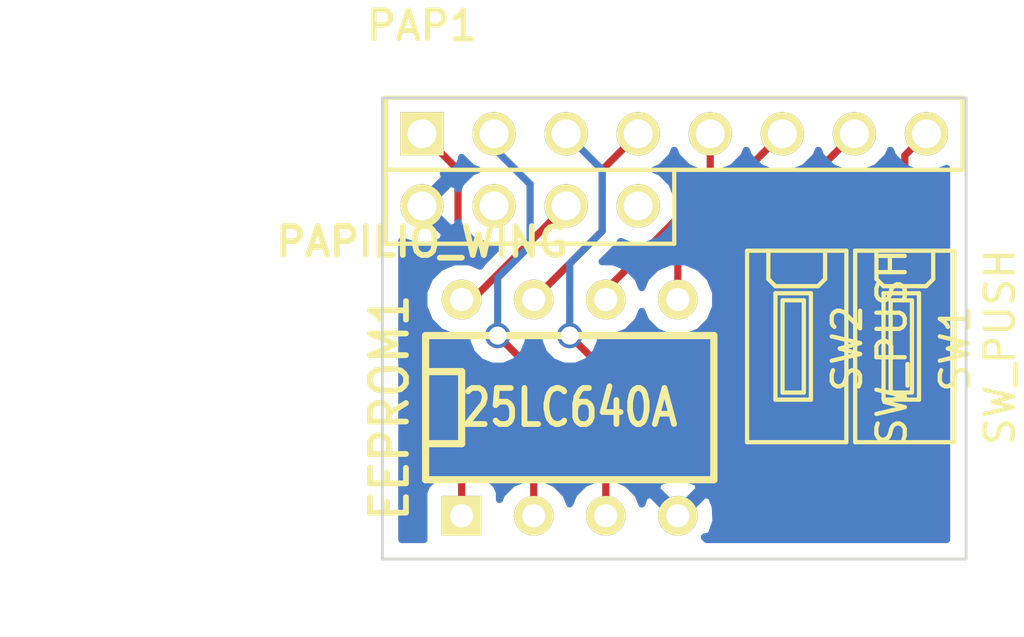
<source format=kicad_pcb>
(kicad_pcb (version 3) (host pcbnew "(2013-07-07 BZR 4022)-stable")

  (general
    (links 12)
    (no_connects 0)
    (area 164.194067 88.8111 192.5228 108.508001)
    (thickness 1.6)
    (drawings 6)
    (tracks 42)
    (zones 0)
    (modules 4)
    (nets 11)
  )

  (page A3)
  (layers
    (15 F.Cu signal)
    (0 B.Cu signal)
    (16 B.Adhes user)
    (17 F.Adhes user)
    (18 B.Paste user)
    (19 F.Paste user)
    (20 B.SilkS user)
    (21 F.SilkS user)
    (22 B.Mask user)
    (23 F.Mask user)
    (24 Dwgs.User user)
    (25 Cmts.User user)
    (26 Eco1.User user)
    (27 Eco2.User user)
    (28 Edge.Cuts user)
  )

  (setup
    (last_trace_width 0.254)
    (trace_clearance 0.254)
    (zone_clearance 0.508)
    (zone_45_only no)
    (trace_min 0.254)
    (segment_width 0.2)
    (edge_width 0.1)
    (via_size 0.889)
    (via_drill 0.635)
    (via_min_size 0.889)
    (via_min_drill 0.508)
    (uvia_size 0.508)
    (uvia_drill 0.127)
    (uvias_allowed no)
    (uvia_min_size 0.508)
    (uvia_min_drill 0.127)
    (pcb_text_width 0.3)
    (pcb_text_size 1.5 1.5)
    (mod_edge_width 0.15)
    (mod_text_size 1 1)
    (mod_text_width 0.15)
    (pad_size 1.5 1.5)
    (pad_drill 0.6)
    (pad_to_mask_clearance 0)
    (aux_axis_origin 0 0)
    (visible_elements 7FFE7FFF)
    (pcbplotparams
      (layerselection 284196865)
      (usegerberextensions true)
      (excludeedgelayer true)
      (linewidth 0.150000)
      (plotframeref false)
      (viasonmask false)
      (mode 1)
      (useauxorigin false)
      (hpglpennumber 1)
      (hpglpenspeed 20)
      (hpglpendiameter 15)
      (hpglpenoverlay 2)
      (psnegative false)
      (psa4output false)
      (plotreference false)
      (plotvalue false)
      (plotothertext true)
      (plotinvisibletext false)
      (padsonsilk false)
      (subtractmaskfromsilk false)
      (outputformat 1)
      (mirror false)
      (drillshape 0)
      (scaleselection 1)
      (outputdirectory Gerbers/))
  )

  (net 0 "")
  (net 1 +3.3V)
  (net 2 /CS)
  (net 3 /HOLD)
  (net 4 /SCK)
  (net 5 /SI)
  (net 6 /SO)
  (net 7 /WP)
  (net 8 GND)
  (net 9 N-000004)
  (net 10 N-000005)

  (net_class Default "This is the default net class."
    (clearance 0.254)
    (trace_width 0.254)
    (via_dia 0.889)
    (via_drill 0.635)
    (uvia_dia 0.508)
    (uvia_drill 0.127)
    (add_net "")
    (add_net +3.3V)
    (add_net /CS)
    (add_net /HOLD)
    (add_net /SCK)
    (add_net /SI)
    (add_net /SO)
    (add_net /WP)
    (add_net GND)
    (add_net N-000004)
    (add_net N-000005)
  )

  (module Papilio_Wing (layer F.Cu) (tedit 5404AF8C) (tstamp 54B844A0)
    (at 171.323 93.472)
    (descr "Double rangee de contacts 2 x 6 pins")
    (tags CONN)
    (path /54B84438)
    (fp_text reference PAP1 (at 0 -3.81) (layer F.SilkS)
      (effects (font (size 1.016 1.016) (thickness 0.1778)))
    )
    (fp_text value PAPILIO_WING (at 0 3.81) (layer F.SilkS)
      (effects (font (size 1.016 1.016) (thickness 0.2032)))
    )
    (fp_line (start 19.05 0) (end 19.05 1.27) (layer F.SilkS) (width 0.15))
    (fp_line (start 8.89 1.27) (end 19.05 1.27) (layer F.SilkS) (width 0.15))
    (fp_line (start 19.05 0) (end 19.05 -1.27) (layer F.SilkS) (width 0.15))
    (fp_line (start 19.05 -1.27) (end -1.27 -1.27) (layer F.SilkS) (width 0.15))
    (fp_line (start -1.27 -1.27) (end -1.27 -1.143) (layer F.SilkS) (width 0.15))
    (fp_line (start 8.89 1.27) (end -1.27 1.27) (layer F.SilkS) (width 0.15))
    (fp_line (start -1.27 -1.2065) (end -1.27 3.8735) (layer F.SilkS) (width 0.15))
    (fp_line (start -1.27 3.8735) (end 8.89 3.8735) (layer F.SilkS) (width 0.15))
    (fp_line (start 8.89 3.8735) (end 8.89 1.3335) (layer F.SilkS) (width 0.15))
    (pad 1 thru_hole rect (at 0 0) (size 1.524 1.524) (drill 1.016)
      (layers *.Cu *.Mask F.SilkS)
      (net 2 /CS)
    )
    (pad 7 thru_hole circle (at 15.24 0) (size 1.524 1.524) (drill 1.016)
      (layers *.Cu *.Mask F.SilkS)
      (net 9 N-000004)
    )
    (pad 2 thru_hole circle (at 2.54 0) (size 1.524 1.524) (drill 1.016)
      (layers *.Cu *.Mask F.SilkS)
      (net 6 /SO)
    )
    (pad 8 thru_hole circle (at 17.78 0) (size 1.524 1.524) (drill 1.016)
      (layers *.Cu *.Mask F.SilkS)
      (net 10 N-000005)
    )
    (pad 3 thru_hole circle (at 5.08 0) (size 1.524 1.524) (drill 1.016)
      (layers *.Cu *.Mask F.SilkS)
      (net 7 /WP)
    )
    (pad 4 thru_hole circle (at 7.62 0) (size 1.524 1.524) (drill 1.016)
      (layers *.Cu *.Mask F.SilkS)
      (net 3 /HOLD)
    )
    (pad 5 thru_hole circle (at 10.16 0) (size 1.524 1.524) (drill 1.016)
      (layers *.Cu *.Mask F.SilkS)
      (net 4 /SCK)
    )
    (pad 6 thru_hole circle (at 12.7 0) (size 1.524 1.524) (drill 1.016)
      (layers *.Cu *.Mask F.SilkS)
      (net 5 /SI)
    )
    (pad 9 thru_hole circle (at 7.62 2.54) (size 1.524 1.524) (drill 1.016)
      (layers *.Cu *.Mask F.SilkS)
    )
    (pad 10 thru_hole circle (at 5.08 2.54) (size 1.524 1.524) (drill 1.016)
      (layers *.Cu *.Mask F.SilkS)
      (net 1 +3.3V)
    )
    (pad 11 thru_hole circle (at 2.54 2.54) (size 1.524 1.524) (drill 1.016)
      (layers *.Cu *.Mask F.SilkS)
    )
    (pad 12 thru_hole circle (at 0 2.54) (size 1.524 1.524) (drill 1.016)
      (layers *.Cu *.Mask F.SilkS)
      (net 8 GND)
    )
    (model pin_array/pins_array_6x2.wrl
      (at (xyz 0 0 0))
      (scale (xyz 1 1 1))
      (rotate (xyz 0 0 0))
    )
  )

  (module DIP-8__300 (layer F.Cu) (tedit 43A7F843) (tstamp 54B844B3)
    (at 176.53 103.124)
    (descr "8 pins DIL package, round pads")
    (tags DIL)
    (path /54B84429)
    (fp_text reference EEPROM1 (at -6.35 0 90) (layer F.SilkS)
      (effects (font (size 1.27 1.143) (thickness 0.2032)))
    )
    (fp_text value 25LC640A (at 0 0) (layer F.SilkS)
      (effects (font (size 1.27 1.016) (thickness 0.2032)))
    )
    (fp_line (start -5.08 -1.27) (end -3.81 -1.27) (layer F.SilkS) (width 0.254))
    (fp_line (start -3.81 -1.27) (end -3.81 1.27) (layer F.SilkS) (width 0.254))
    (fp_line (start -3.81 1.27) (end -5.08 1.27) (layer F.SilkS) (width 0.254))
    (fp_line (start -5.08 -2.54) (end 5.08 -2.54) (layer F.SilkS) (width 0.254))
    (fp_line (start 5.08 -2.54) (end 5.08 2.54) (layer F.SilkS) (width 0.254))
    (fp_line (start 5.08 2.54) (end -5.08 2.54) (layer F.SilkS) (width 0.254))
    (fp_line (start -5.08 2.54) (end -5.08 -2.54) (layer F.SilkS) (width 0.254))
    (pad 1 thru_hole rect (at -3.81 3.81) (size 1.397 1.397) (drill 0.8128)
      (layers *.Cu *.Mask F.SilkS)
      (net 2 /CS)
    )
    (pad 2 thru_hole circle (at -1.27 3.81) (size 1.397 1.397) (drill 0.8128)
      (layers *.Cu *.Mask F.SilkS)
      (net 6 /SO)
    )
    (pad 3 thru_hole circle (at 1.27 3.81) (size 1.397 1.397) (drill 0.8128)
      (layers *.Cu *.Mask F.SilkS)
      (net 7 /WP)
    )
    (pad 4 thru_hole circle (at 3.81 3.81) (size 1.397 1.397) (drill 0.8128)
      (layers *.Cu *.Mask F.SilkS)
      (net 8 GND)
    )
    (pad 5 thru_hole circle (at 3.81 -3.81) (size 1.397 1.397) (drill 0.8128)
      (layers *.Cu *.Mask F.SilkS)
      (net 5 /SI)
    )
    (pad 6 thru_hole circle (at 1.27 -3.81) (size 1.397 1.397) (drill 0.8128)
      (layers *.Cu *.Mask F.SilkS)
      (net 4 /SCK)
    )
    (pad 7 thru_hole circle (at -1.27 -3.81) (size 1.397 1.397) (drill 0.8128)
      (layers *.Cu *.Mask F.SilkS)
      (net 3 /HOLD)
    )
    (pad 8 thru_hole circle (at -3.81 -3.81) (size 1.397 1.397) (drill 0.8128)
      (layers *.Cu *.Mask F.SilkS)
      (net 1 +3.3V)
    )
    (model dil/dil_8.wrl
      (at (xyz 0 0 0))
      (scale (xyz 1 1 1))
      (rotate (xyz 0 0 0))
    )
  )

  (module FSMSM (layer F.Cu) (tedit 54B82DE5) (tstamp 54B84581)
    (at 184.531 101.092 270)
    (path /54B84540)
    (fp_text reference SW2 (at -0.0508 -1.778 270) (layer F.SilkS)
      (effects (font (size 1 1) (thickness 0.15)))
    )
    (fp_text value SW_PUSH (at -0.1016 -3.3528 270) (layer F.SilkS)
      (effects (font (size 1 1) (thickness 0.15)))
    )
    (fp_line (start -2.25 0.5) (end -2.25 0.75) (layer F.SilkS) (width 0.15))
    (fp_line (start -3.5 -1) (end -2.5 -1) (layer F.SilkS) (width 0.15))
    (fp_line (start -2.5 -1) (end -2.25 -0.75) (layer F.SilkS) (width 0.15))
    (fp_line (start -2.25 -0.75) (end -2.25 0.5) (layer F.SilkS) (width 0.15))
    (fp_line (start -2.25 0.75) (end -2.5 1) (layer F.SilkS) (width 0.15))
    (fp_line (start -2.5 1) (end -3.5 1) (layer F.SilkS) (width 0.15))
    (fp_line (start -1.75 -0.25) (end -1.75 0.5) (layer F.SilkS) (width 0.15))
    (fp_line (start -1.75 0.5) (end 1.5 0.5) (layer F.SilkS) (width 0.15))
    (fp_line (start 1.5 0.5) (end 1.5 -0.25) (layer F.SilkS) (width 0.15))
    (fp_line (start 1.5 -0.25) (end -1.75 -0.25) (layer F.SilkS) (width 0.15))
    (fp_line (start -2 -0.5) (end -2 0.75) (layer F.SilkS) (width 0.15))
    (fp_line (start -2 0.75) (end 1.75 0.75) (layer F.SilkS) (width 0.15))
    (fp_line (start 1.75 0.75) (end 1.75 -0.5) (layer F.SilkS) (width 0.15))
    (fp_line (start 1.75 -0.5) (end -2 -0.5) (layer F.SilkS) (width 0.15))
    (fp_line (start -3.5 -1.75) (end -3.5 1.75) (layer F.SilkS) (width 0.15))
    (fp_line (start -3.5 1.75) (end 3.25 1.75) (layer F.SilkS) (width 0.15))
    (fp_line (start 3.25 1.75) (end 3.25 -1.75) (layer F.SilkS) (width 0.15))
    (fp_line (start 3.25 -1.75) (end -3.5 -1.75) (layer F.SilkS) (width 0.15))
    (pad 1 smd rect (at -4.75 0 270) (size 2.11 1.6)
      (layers F.Cu F.Paste F.Mask)
      (net 9 N-000004)
    )
    (pad 2 smd rect (at 4.5 0 270) (size 2.11 1.6)
      (layers F.Cu F.Paste F.Mask)
      (net 8 GND)
    )
  )

  (module FSMSM (layer F.Cu) (tedit 54B82DE5) (tstamp 54B84599)
    (at 188.341 101.092 270)
    (path /54B8454D)
    (fp_text reference SW1 (at -0.0508 -1.778 270) (layer F.SilkS)
      (effects (font (size 1 1) (thickness 0.15)))
    )
    (fp_text value SW_PUSH (at -0.1016 -3.3528 270) (layer F.SilkS)
      (effects (font (size 1 1) (thickness 0.15)))
    )
    (fp_line (start -2.25 0.5) (end -2.25 0.75) (layer F.SilkS) (width 0.15))
    (fp_line (start -3.5 -1) (end -2.5 -1) (layer F.SilkS) (width 0.15))
    (fp_line (start -2.5 -1) (end -2.25 -0.75) (layer F.SilkS) (width 0.15))
    (fp_line (start -2.25 -0.75) (end -2.25 0.5) (layer F.SilkS) (width 0.15))
    (fp_line (start -2.25 0.75) (end -2.5 1) (layer F.SilkS) (width 0.15))
    (fp_line (start -2.5 1) (end -3.5 1) (layer F.SilkS) (width 0.15))
    (fp_line (start -1.75 -0.25) (end -1.75 0.5) (layer F.SilkS) (width 0.15))
    (fp_line (start -1.75 0.5) (end 1.5 0.5) (layer F.SilkS) (width 0.15))
    (fp_line (start 1.5 0.5) (end 1.5 -0.25) (layer F.SilkS) (width 0.15))
    (fp_line (start 1.5 -0.25) (end -1.75 -0.25) (layer F.SilkS) (width 0.15))
    (fp_line (start -2 -0.5) (end -2 0.75) (layer F.SilkS) (width 0.15))
    (fp_line (start -2 0.75) (end 1.75 0.75) (layer F.SilkS) (width 0.15))
    (fp_line (start 1.75 0.75) (end 1.75 -0.5) (layer F.SilkS) (width 0.15))
    (fp_line (start 1.75 -0.5) (end -2 -0.5) (layer F.SilkS) (width 0.15))
    (fp_line (start -3.5 -1.75) (end -3.5 1.75) (layer F.SilkS) (width 0.15))
    (fp_line (start -3.5 1.75) (end 3.25 1.75) (layer F.SilkS) (width 0.15))
    (fp_line (start 3.25 1.75) (end 3.25 -1.75) (layer F.SilkS) (width 0.15))
    (fp_line (start 3.25 -1.75) (end -3.5 -1.75) (layer F.SilkS) (width 0.15))
    (pad 1 smd rect (at -4.75 0 270) (size 2.11 1.6)
      (layers F.Cu F.Paste F.Mask)
      (net 10 N-000005)
    )
    (pad 2 smd rect (at 4.5 0 270) (size 2.11 1.6)
      (layers F.Cu F.Paste F.Mask)
      (net 8 GND)
    )
  )

  (dimension 16.256 (width 0.3) (layer Eco1.User)
    (gr_text "16.256 mm" (at 162.734 100.33 90) (layer Eco1.User)
      (effects (font (size 1.5 1.5) (thickness 0.3)))
    )
    (feature1 (pts (xy 169.926 92.202) (xy 161.384 92.202)))
    (feature2 (pts (xy 169.926 108.458) (xy 161.384 108.458)))
    (crossbar (pts (xy 164.084 108.458) (xy 164.084 92.202)))
    (arrow1a (pts (xy 164.084 92.202) (xy 164.67042 93.328503)))
    (arrow1b (pts (xy 164.084 92.202) (xy 163.49758 93.328503)))
    (arrow2a (pts (xy 164.084 108.458) (xy 164.67042 107.331497)))
    (arrow2b (pts (xy 164.084 108.458) (xy 163.49758 107.331497)))
  )
  (dimension 20.574 (width 0.3) (layer Eco1.User)
    (gr_text "20.574 mm" (at 180.213 111.839999) (layer Eco1.User)
      (effects (font (size 1.5 1.5) (thickness 0.3)))
    )
    (feature1 (pts (xy 190.5 108.458) (xy 190.5 113.189999)))
    (feature2 (pts (xy 169.926 108.458) (xy 169.926 113.189999)))
    (crossbar (pts (xy 169.926 110.489999) (xy 190.5 110.489999)))
    (arrow1a (pts (xy 190.5 110.489999) (xy 189.373497 111.076419)))
    (arrow1b (pts (xy 190.5 110.489999) (xy 189.373497 109.903579)))
    (arrow2a (pts (xy 169.926 110.489999) (xy 171.052503 111.076419)))
    (arrow2b (pts (xy 169.926 110.489999) (xy 171.052503 109.903579)))
  )
  (gr_line (start 169.926 108.458) (end 169.926 92.202) (angle 90) (layer Edge.Cuts) (width 0.1))
  (gr_line (start 190.5 108.458) (end 169.926 108.458) (angle 90) (layer Edge.Cuts) (width 0.1))
  (gr_line (start 190.5 92.202) (end 190.5 108.458) (angle 90) (layer Edge.Cuts) (width 0.1))
  (gr_line (start 169.926 92.202) (end 190.5 92.202) (angle 90) (layer Edge.Cuts) (width 0.1))

  (segment (start 172.72 99.314) (end 173.101 99.314) (width 0.254) (layer F.Cu) (net 1))
  (segment (start 173.101 99.314) (end 176.403 96.012) (width 0.254) (layer F.Cu) (net 1) (tstamp 54B84619))
  (segment (start 172.72 106.934) (end 172.72 102.997) (width 0.254) (layer F.Cu) (net 2))
  (segment (start 172.593 94.742) (end 171.323 93.472) (width 0.254) (layer F.Cu) (net 2) (tstamp 54B84625))
  (segment (start 172.593 96.901) (end 172.593 94.742) (width 0.254) (layer F.Cu) (net 2) (tstamp 54B84623))
  (segment (start 171.323 98.171) (end 172.593 96.901) (width 0.254) (layer F.Cu) (net 2) (tstamp 54B84621))
  (segment (start 171.323 101.6) (end 171.323 98.171) (width 0.254) (layer F.Cu) (net 2) (tstamp 54B8461E))
  (segment (start 172.72 102.997) (end 171.323 101.6) (width 0.254) (layer F.Cu) (net 2) (tstamp 54B8461C))
  (segment (start 175.26 99.314) (end 177.038 97.536) (width 0.254) (layer F.Cu) (net 3))
  (segment (start 177.673 94.742) (end 178.943 93.472) (width 0.254) (layer F.Cu) (net 3) (tstamp 54B84614))
  (segment (start 177.673 96.901) (end 177.673 94.742) (width 0.254) (layer F.Cu) (net 3) (tstamp 54B84613))
  (segment (start 177.419 97.155) (end 177.673 96.901) (width 0.254) (layer F.Cu) (net 3) (tstamp 54B84612))
  (segment (start 177.038 97.536) (end 177.419 97.155) (width 0.254) (layer F.Cu) (net 3) (tstamp 54B84611))
  (segment (start 177.8 99.314) (end 177.8 98.976576) (width 0.254) (layer F.Cu) (net 4))
  (segment (start 181.483 95.293576) (end 181.483 93.472) (width 0.254) (layer F.Cu) (net 4) (tstamp 54B8460D))
  (segment (start 177.8 98.976576) (end 181.483 95.293576) (width 0.254) (layer F.Cu) (net 4) (tstamp 54B8460C))
  (segment (start 180.34 99.314) (end 180.34 97.155) (width 0.254) (layer F.Cu) (net 5))
  (segment (start 180.34 97.155) (end 184.023 93.472) (width 0.254) (layer F.Cu) (net 5) (tstamp 54B84607))
  (segment (start 173.863 93.472) (end 173.863 93.98) (width 0.254) (layer B.Cu) (net 6))
  (segment (start 175.26 101.854) (end 175.26 106.934) (width 0.254) (layer F.Cu) (net 6) (tstamp 54B84642))
  (segment (start 173.99 100.584) (end 175.26 101.854) (width 0.254) (layer F.Cu) (net 6) (tstamp 54B84641))
  (via (at 173.99 100.584) (size 0.889) (layers F.Cu B.Cu) (net 6))
  (segment (start 173.99 98.552) (end 173.99 100.584) (width 0.254) (layer B.Cu) (net 6) (tstamp 54B8463B))
  (segment (start 175.133 97.409) (end 173.99 98.552) (width 0.254) (layer B.Cu) (net 6) (tstamp 54B8463A))
  (segment (start 175.133 95.25) (end 175.133 97.409) (width 0.254) (layer B.Cu) (net 6) (tstamp 54B84637))
  (segment (start 173.863 93.98) (end 175.133 95.25) (width 0.254) (layer B.Cu) (net 6) (tstamp 54B84636))
  (segment (start 177.8 106.934) (end 177.8 101.854) (width 0.254) (layer F.Cu) (net 7))
  (segment (start 177.673 94.742) (end 176.403 93.472) (width 0.254) (layer B.Cu) (net 7) (tstamp 54B8464D))
  (segment (start 177.673 95.504) (end 177.673 94.742) (width 0.254) (layer B.Cu) (net 7) (tstamp 54B8464C))
  (segment (start 177.673 96.901) (end 177.673 95.504) (width 0.254) (layer B.Cu) (net 7) (tstamp 54B8464B))
  (segment (start 176.53 98.044) (end 177.673 96.901) (width 0.254) (layer B.Cu) (net 7) (tstamp 54B8464A))
  (segment (start 176.53 100.584) (end 176.53 98.044) (width 0.254) (layer B.Cu) (net 7) (tstamp 54B84649))
  (via (at 176.53 100.584) (size 0.889) (layers F.Cu B.Cu) (net 7))
  (segment (start 177.8 101.854) (end 176.53 100.584) (width 0.254) (layer F.Cu) (net 7) (tstamp 54B84646))
  (segment (start 184.658 105.592) (end 181.682 105.592) (width 0.254) (layer F.Cu) (net 8))
  (segment (start 181.682 105.592) (end 180.34 106.934) (width 0.254) (layer F.Cu) (net 8) (tstamp 54B8467A))
  (segment (start 188.595 105.5285) (end 184.7215 105.5285) (width 0.254) (layer F.Cu) (net 8))
  (segment (start 184.7215 105.5285) (end 184.658 105.592) (width 0.254) (layer F.Cu) (net 8) (tstamp 54B84677))
  (segment (start 184.531 96.342) (end 184.531 95.504) (width 0.254) (layer F.Cu) (net 9) (status C00000))
  (segment (start 184.531 95.504) (end 186.563 93.472) (width 0.254) (layer F.Cu) (net 9) (tstamp 54B846C7) (status C00000))
  (segment (start 188.341 96.342) (end 188.341 94.234) (width 0.254) (layer F.Cu) (net 10) (status 400000))
  (segment (start 188.341 94.234) (end 189.103 93.472) (width 0.254) (layer F.Cu) (net 10) (tstamp 54B846CA) (status 800000))

  (zone (net 8) (net_name GND) (layer B.Cu) (tstamp 54B84660) (hatch edge 0.508)
    (connect_pads (clearance 0.508))
    (min_thickness 0.254)
    (fill (arc_segments 16) (thermal_gap 0.508) (thermal_bridge_width 0.508))
    (polygon
      (pts
        (xy 169.926 108.458) (xy 190.5 108.458) (xy 190.5 92.202) (xy 169.926 92.202)
      )
    )
    (filled_polygon
      (pts
        (xy 189.815 107.773) (xy 181.685924 107.773) (xy 181.358608 107.773) (xy 181.274188 107.68858) (xy 181.509798 107.626928)
        (xy 181.685924 107.12652) (xy 181.657146 106.596802) (xy 181.509798 106.241072) (xy 181.274186 106.179419) (xy 181.094581 106.359024)
        (xy 181.094581 105.999814) (xy 181.032928 105.764202) (xy 180.53252 105.588076) (xy 180.002802 105.616854) (xy 179.647072 105.764202)
        (xy 179.585419 105.999814) (xy 180.34 106.754395) (xy 181.094581 105.999814) (xy 181.094581 106.359024) (xy 180.519605 106.934)
        (xy 180.533747 106.948142) (xy 180.354142 107.127747) (xy 180.34 107.113605) (xy 180.325857 107.127747) (xy 180.146252 106.948142)
        (xy 180.160395 106.934) (xy 179.405814 106.179419) (xy 179.170202 106.241072) (xy 179.071917 106.520316) (xy 178.931145 106.17962)
        (xy 178.556353 105.804174) (xy 178.066413 105.600733) (xy 177.535914 105.60027) (xy 177.04562 105.802855) (xy 176.670174 106.177647)
        (xy 176.529906 106.515448) (xy 176.391145 106.17962) (xy 176.016353 105.804174) (xy 175.526413 105.600733) (xy 174.995914 105.60027)
        (xy 174.50562 105.802855) (xy 174.130174 106.177647) (xy 174.05361 106.362033) (xy 174.05361 106.109745) (xy 173.957141 105.876271)
        (xy 173.778668 105.697487) (xy 173.545364 105.600611) (xy 173.292745 105.60039) (xy 171.895745 105.60039) (xy 171.662271 105.696859)
        (xy 171.483487 105.875332) (xy 171.386611 106.108636) (xy 171.38639 106.361255) (xy 171.38639 107.758255) (xy 171.392482 107.773)
        (xy 170.611 107.773) (xy 170.611 97.241225) (xy 171.115304 97.421143) (xy 171.670369 97.39336) (xy 172.054142 97.234396)
        (xy 172.123607 96.992212) (xy 171.323 96.191605) (xy 171.308857 96.205747) (xy 171.129252 96.026142) (xy 171.143395 96.012)
        (xy 171.129252 95.997857) (xy 171.308857 95.818252) (xy 171.323 95.832395) (xy 172.123607 95.031788) (xy 172.076946 94.86911)
        (xy 172.210755 94.86911) (xy 172.444229 94.772641) (xy 172.623013 94.594168) (xy 172.719889 94.360864) (xy 172.719938 94.304323)
        (xy 173.07063 94.655628) (xy 173.278514 94.741949) (xy 173.072697 94.826991) (xy 172.679372 95.21963) (xy 172.599605 95.41173)
        (xy 172.545396 95.280858) (xy 172.303212 95.211393) (xy 171.502605 96.012) (xy 172.303212 96.812607) (xy 172.545396 96.743142)
        (xy 172.595508 96.602678) (xy 172.677991 96.802303) (xy 173.07063 97.195628) (xy 173.583901 97.408756) (xy 174.055202 97.409167)
        (xy 173.451185 98.013185) (xy 173.367214 98.138855) (xy 172.986413 97.980733) (xy 172.455914 97.98027) (xy 171.96562 98.182855)
        (xy 171.590174 98.557647) (xy 171.386733 99.047587) (xy 171.38627 99.578086) (xy 171.588855 100.06838) (xy 171.963647 100.443826)
        (xy 172.453587 100.647267) (xy 172.910443 100.647665) (xy 172.910313 100.797784) (xy 173.074311 101.194689) (xy 173.377714 101.498622)
        (xy 173.774332 101.663313) (xy 174.203784 101.663687) (xy 174.600689 101.499689) (xy 174.904622 101.196286) (xy 175.069313 100.799668)
        (xy 175.069445 100.647333) (xy 175.450443 100.647665) (xy 175.450313 100.797784) (xy 175.614311 101.194689) (xy 175.917714 101.498622)
        (xy 176.314332 101.663313) (xy 176.743784 101.663687) (xy 177.140689 101.499689) (xy 177.444622 101.196286) (xy 177.609313 100.799668)
        (xy 177.609445 100.647333) (xy 178.064086 100.64773) (xy 178.55438 100.445145) (xy 178.929826 100.070353) (xy 179.070093 99.732551)
        (xy 179.208855 100.06838) (xy 179.583647 100.443826) (xy 180.073587 100.647267) (xy 180.604086 100.64773) (xy 181.09438 100.445145)
        (xy 181.469826 100.070353) (xy 181.673267 99.580413) (xy 181.67373 99.049914) (xy 181.471145 98.55962) (xy 181.096353 98.184174)
        (xy 180.606413 97.980733) (xy 180.075914 97.98027) (xy 179.58562 98.182855) (xy 179.210174 98.557647) (xy 179.069906 98.895448)
        (xy 178.931145 98.55962) (xy 178.556353 98.184174) (xy 178.066413 97.980733) (xy 177.671241 97.980388) (xy 178.211815 97.439815)
        (xy 178.326249 97.268551) (xy 178.663901 97.408756) (xy 179.219661 97.409241) (xy 179.733303 97.197009) (xy 180.126628 96.80437)
        (xy 180.339756 96.291099) (xy 180.340241 95.735339) (xy 180.128009 95.221697) (xy 179.73537 94.828372) (xy 179.527485 94.74205)
        (xy 179.733303 94.657009) (xy 180.126628 94.26437) (xy 180.212949 94.056485) (xy 180.297991 94.262303) (xy 180.69063 94.655628)
        (xy 181.203901 94.868756) (xy 181.759661 94.869241) (xy 182.273303 94.657009) (xy 182.666628 94.26437) (xy 182.752949 94.056485)
        (xy 182.837991 94.262303) (xy 183.23063 94.655628) (xy 183.743901 94.868756) (xy 184.299661 94.869241) (xy 184.813303 94.657009)
        (xy 185.206628 94.26437) (xy 185.292949 94.056485) (xy 185.377991 94.262303) (xy 185.77063 94.655628) (xy 186.283901 94.868756)
        (xy 186.839661 94.869241) (xy 187.353303 94.657009) (xy 187.746628 94.26437) (xy 187.832949 94.056485) (xy 187.917991 94.262303)
        (xy 188.31063 94.655628) (xy 188.823901 94.868756) (xy 189.379661 94.869241) (xy 189.815 94.689363) (xy 189.815 107.773)
      )
    )
  )
)

</source>
